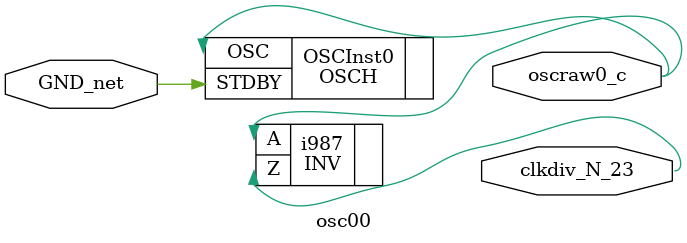
<source format=v>

module topContador (indiv0, oscraw0, oscdiv0, clk0, c0, e0, s0);   // c:/users/osk4r_000/documents/escom/jasz/arqui de computadoras/diamond/lcd00/p7tsest/impl1/source/topcont0.vhd(9[8:19])
    input [3:0]indiv0;   // c:/users/osk4r_000/documents/escom/jasz/arqui de computadoras/diamond/lcd00/p7tsest/impl1/source/topcont0.vhd(11[3:9])
    output oscraw0 /* synthesis .original_dir=IN_OUT */ ;   // c:/users/osk4r_000/documents/escom/jasz/arqui de computadoras/diamond/lcd00/p7tsest/impl1/source/topcont0.vhd(12[5:12])
    output oscdiv0 /* synthesis .original_dir=IN_OUT */ ;   // c:/users/osk4r_000/documents/escom/jasz/arqui de computadoras/diamond/lcd00/p7tsest/impl1/source/topcont0.vhd(13[8:15])
    input clk0;   // c:/users/osk4r_000/documents/escom/jasz/arqui de computadoras/diamond/lcd00/p7tsest/impl1/source/topcont0.vhd(14[3:7])
    input [2:0]c0;   // c:/users/osk4r_000/documents/escom/jasz/arqui de computadoras/diamond/lcd00/p7tsest/impl1/source/topcont0.vhd(15[3:5])
    input [3:0]e0;   // c:/users/osk4r_000/documents/escom/jasz/arqui de computadoras/diamond/lcd00/p7tsest/impl1/source/topcont0.vhd(16[3:5])
    output [3:0]s0;   // c:/users/osk4r_000/documents/escom/jasz/arqui de computadoras/diamond/lcd00/p7tsest/impl1/source/topcont0.vhd(17[3:5])
    
    wire oscraw0_c /* synthesis is_clock=1 */ ;   // c:/users/osk4r_000/documents/escom/jasz/arqui de computadoras/diamond/lcd00/p7tsest/impl1/source/topcont0.vhd(12[5:12])
    wire oscdiv0_c /* synthesis is_clock=1, SET_AS_NETWORK=oscdiv0_c */ ;   // c:/users/osk4r_000/documents/escom/jasz/arqui de computadoras/diamond/lcd00/p7tsest/impl1/source/topcont0.vhd(13[8:15])
    
    wire indiv0_c_3, indiv0_c_2, indiv0_c_1, indiv0_c_0, c0_c_2, c0_c_1, 
        c0_c_0, e0_c_3, e0_c_2, e0_c_1, e0_c_0, s0_c_3, s0_c_2, 
        s0_c_1, s0_c_0, VCC_net, GND_net;
    
    VHI i5 (.Z(VCC_net));
    contador REG00 (.s0_c_2(s0_c_2), .oscdiv0_c(oscdiv0_c), .e0_c_2(e0_c_2), 
            .c0_c_1(c0_c_1), .s0_c_1(s0_c_1), .s0_c_0(s0_c_0), .c0_c_0(c0_c_0), 
            .c0_c_2(c0_c_2), .s0_c_3(s0_c_3), .e0_c_3(e0_c_3), .e0_c_1(e0_c_1), 
            .e0_c_0(e0_c_0));   // c:/users/osk4r_000/documents/escom/jasz/arqui de computadoras/diamond/lcd00/p7tsest/impl1/source/topcont0.vhd(28[9:17])
    OB oscraw0_pad (.I(oscraw0_c), .O(oscraw0));   // c:/users/osk4r_000/documents/escom/jasz/arqui de computadoras/diamond/lcd00/p7tsest/impl1/source/topcont0.vhd(12[5:12])
    OB oscdiv0_pad (.I(oscdiv0_c), .O(oscdiv0));   // c:/users/osk4r_000/documents/escom/jasz/arqui de computadoras/diamond/lcd00/p7tsest/impl1/source/topcont0.vhd(13[8:15])
    PUR PUR_INST (.PUR(VCC_net));
    defparam PUR_INST.RST_PULSE = 1;
    topdiv00 OS00 (.oscdiv0_c(oscdiv0_c), .GND_net(GND_net), .indiv0_c_2(indiv0_c_2), 
            .indiv0_c_3(indiv0_c_3), .indiv0_c_0(indiv0_c_0), .indiv0_c_1(indiv0_c_1), 
            .oscraw0_c(oscraw0_c));   // c:/users/osk4r_000/documents/escom/jasz/arqui de computadoras/diamond/lcd00/p7tsest/impl1/source/topcont0.vhd(23[10:18])
    VLO i1 (.Z(GND_net));
    TSALL TSALL_INST (.TSALL(GND_net));
    GSR GSR_INST (.GSR(VCC_net));
    OB s0_pad_3 (.I(s0_c_3), .O(s0[3]));   // c:/users/osk4r_000/documents/escom/jasz/arqui de computadoras/diamond/lcd00/p7tsest/impl1/source/topcont0.vhd(17[3:5])
    OB s0_pad_2 (.I(s0_c_2), .O(s0[2]));   // c:/users/osk4r_000/documents/escom/jasz/arqui de computadoras/diamond/lcd00/p7tsest/impl1/source/topcont0.vhd(17[3:5])
    OB s0_pad_1 (.I(s0_c_1), .O(s0[1]));   // c:/users/osk4r_000/documents/escom/jasz/arqui de computadoras/diamond/lcd00/p7tsest/impl1/source/topcont0.vhd(17[3:5])
    OB s0_pad_0 (.I(s0_c_0), .O(s0[0]));   // c:/users/osk4r_000/documents/escom/jasz/arqui de computadoras/diamond/lcd00/p7tsest/impl1/source/topcont0.vhd(17[3:5])
    IB indiv0_pad_3 (.I(indiv0[3]), .O(indiv0_c_3));   // c:/users/osk4r_000/documents/escom/jasz/arqui de computadoras/diamond/lcd00/p7tsest/impl1/source/topcont0.vhd(11[3:9])
    IB indiv0_pad_2 (.I(indiv0[2]), .O(indiv0_c_2));   // c:/users/osk4r_000/documents/escom/jasz/arqui de computadoras/diamond/lcd00/p7tsest/impl1/source/topcont0.vhd(11[3:9])
    IB indiv0_pad_1 (.I(indiv0[1]), .O(indiv0_c_1));   // c:/users/osk4r_000/documents/escom/jasz/arqui de computadoras/diamond/lcd00/p7tsest/impl1/source/topcont0.vhd(11[3:9])
    IB indiv0_pad_0 (.I(indiv0[0]), .O(indiv0_c_0));   // c:/users/osk4r_000/documents/escom/jasz/arqui de computadoras/diamond/lcd00/p7tsest/impl1/source/topcont0.vhd(11[3:9])
    IB c0_pad_2 (.I(c0[2]), .O(c0_c_2));   // c:/users/osk4r_000/documents/escom/jasz/arqui de computadoras/diamond/lcd00/p7tsest/impl1/source/topcont0.vhd(15[3:5])
    IB c0_pad_1 (.I(c0[1]), .O(c0_c_1));   // c:/users/osk4r_000/documents/escom/jasz/arqui de computadoras/diamond/lcd00/p7tsest/impl1/source/topcont0.vhd(15[3:5])
    IB c0_pad_0 (.I(c0[0]), .O(c0_c_0));   // c:/users/osk4r_000/documents/escom/jasz/arqui de computadoras/diamond/lcd00/p7tsest/impl1/source/topcont0.vhd(15[3:5])
    IB e0_pad_3 (.I(e0[3]), .O(e0_c_3));   // c:/users/osk4r_000/documents/escom/jasz/arqui de computadoras/diamond/lcd00/p7tsest/impl1/source/topcont0.vhd(16[3:5])
    IB e0_pad_2 (.I(e0[2]), .O(e0_c_2));   // c:/users/osk4r_000/documents/escom/jasz/arqui de computadoras/diamond/lcd00/p7tsest/impl1/source/topcont0.vhd(16[3:5])
    IB e0_pad_1 (.I(e0[1]), .O(e0_c_1));   // c:/users/osk4r_000/documents/escom/jasz/arqui de computadoras/diamond/lcd00/p7tsest/impl1/source/topcont0.vhd(16[3:5])
    IB e0_pad_0 (.I(e0[0]), .O(e0_c_0));   // c:/users/osk4r_000/documents/escom/jasz/arqui de computadoras/diamond/lcd00/p7tsest/impl1/source/topcont0.vhd(16[3:5])
    
endmodule
//
// Verilog Description of module contador
//

module contador (s0_c_2, oscdiv0_c, e0_c_2, c0_c_1, s0_c_1, s0_c_0, 
            c0_c_0, c0_c_2, s0_c_3, e0_c_3, e0_c_1, e0_c_0);
    output s0_c_2;
    input oscdiv0_c;
    input e0_c_2;
    input c0_c_1;
    output s0_c_1;
    output s0_c_0;
    input c0_c_0;
    input c0_c_2;
    output s0_c_3;
    input e0_c_3;
    input e0_c_1;
    input e0_c_0;
    
    wire oscdiv0_c /* synthesis is_clock=1, SET_AS_NETWORK=oscdiv0_c */ ;   // c:/users/osk4r_000/documents/escom/jasz/arqui de computadoras/diamond/lcd00/p7tsest/impl1/source/topcont0.vhd(13[8:15])
    
    wire oscdiv0_c_enable_4;
    wire [3:0]s_3__N_200;
    
    wire n1036, n1037, n477, n1034, n1033, n1035, n1021, n1018, 
        n1059, n975, n1044, n1022, n1019, n1020, n1011, n1043, 
        n4, n1046, n1045, n976, n1032;
    
    FD1P3AX s_i3 (.D(s_3__N_200[2]), .SP(oscdiv0_c_enable_4), .CK(oscdiv0_c), 
            .Q(s0_c_2)) /* synthesis LSE_LINE_FILE_ID=25, LSE_LCOL=9, LSE_RCOL=17, LSE_LLINE=28, LSE_RLINE=28 */ ;   // c:/users/osk4r_000/documents/escom/jasz/arqui de computadoras/diamond/lcd00/p7tsest/impl1/source/cont.vhd(55[2] 146[11])
    defparam s_i3.GSR = "ENABLED";
    LUT4 n1036_bdd_3_lut (.A(n1036), .B(e0_c_2), .C(c0_c_1), .Z(n1037)) /* synthesis lut_function=(A (B+!(C))+!A (B (C))) */ ;
    defparam n1036_bdd_3_lut.init = 16'hcaca;
    LUT4 c_2__I_0_Mux_3_i1_4_lut_4_lut_4_lut (.A(s0_c_2), .B(s0_c_1), .C(s0_c_0), 
         .D(c0_c_0), .Z(n477)) /* synthesis lut_function=(A (B (C (D)))+!A !(B+(C+(D)))) */ ;   // c:/users/osk4r_000/documents/escom/jasz/arqui de computadoras/diamond/lcd00/p7tsest/impl1/source/cont.vhd(79[4] 96[13])
    defparam c_2__I_0_Mux_3_i1_4_lut_4_lut_4_lut.init = 16'h8001;
    FD1P3AX s_i2 (.D(s_3__N_200[1]), .SP(oscdiv0_c_enable_4), .CK(oscdiv0_c), 
            .Q(s0_c_1)) /* synthesis LSE_LINE_FILE_ID=25, LSE_LCOL=9, LSE_RCOL=17, LSE_LLINE=28, LSE_RLINE=28 */ ;   // c:/users/osk4r_000/documents/escom/jasz/arqui de computadoras/diamond/lcd00/p7tsest/impl1/source/cont.vhd(55[2] 146[11])
    defparam s_i2.GSR = "ENABLED";
    FD1P3AX s_i1 (.D(s_3__N_200[0]), .SP(oscdiv0_c_enable_4), .CK(oscdiv0_c), 
            .Q(s0_c_0)) /* synthesis LSE_LINE_FILE_ID=25, LSE_LCOL=9, LSE_RCOL=17, LSE_LLINE=28, LSE_RLINE=28 */ ;   // c:/users/osk4r_000/documents/escom/jasz/arqui de computadoras/diamond/lcd00/p7tsest/impl1/source/cont.vhd(55[2] 146[11])
    defparam s_i1.GSR = "ENABLED";
    PFUMX i937 (.BLUT(n1034), .ALUT(n1033), .C0(c0_c_1), .Z(n1035));
    LUT4 n1037_bdd_3_lut (.A(n1037), .B(n1035), .C(c0_c_2), .Z(s_3__N_200[2])) /* synthesis lut_function=(A (B+!(C))+!A (B (C))) */ ;
    defparam n1037_bdd_3_lut.init = 16'hcaca;
    LUT4 s0_c_0_bdd_3_lut_936 (.A(s0_c_0), .B(c0_c_0), .C(s0_c_1), .Z(n1021)) /* synthesis lut_function=(!(A (B (C)+!B !(C))+!A !(B (C)+!B !(C)))) */ ;
    defparam s0_c_0_bdd_3_lut_936.init = 16'h6969;
    LUT4 s0_c_0_bdd_4_lut_932 (.A(c0_c_1), .B(c0_c_0), .C(s0_c_1), .D(s0_c_2), 
         .Z(n1018)) /* synthesis lut_function=(A (C)+!A (B+(D))) */ ;
    defparam s0_c_0_bdd_4_lut_932.init = 16'hf5e4;
    LUT4 i1_2_lut_rep_8 (.A(s0_c_1), .B(s0_c_0), .Z(n1059)) /* synthesis lut_function=(A (B)) */ ;   // c:/users/osk4r_000/documents/escom/jasz/arqui de computadoras/diamond/lcd00/p7tsest/impl1/source/cont.vhd(126[6] 143[15])
    defparam i1_2_lut_rep_8.init = 16'h8888;
    LUT4 i885_4_lut (.A(s0_c_3), .B(e0_c_3), .C(c0_c_1), .D(n477), .Z(n975)) /* synthesis lut_function=(A (B (C+!(D))+!B !(C+(D)))+!A (B (C+(D))+!B !(C+!(D)))) */ ;
    defparam i885_4_lut.init = 16'hc5ca;
    LUT4 s0_c_3_bdd_3_lut_958 (.A(s0_c_3), .B(s0_c_1), .C(c0_c_0), .Z(n1044)) /* synthesis lut_function=(A (B+(C))+!A !((C)+!B)) */ ;
    defparam s0_c_3_bdd_3_lut_958.init = 16'hacac;
    LUT4 n1021_bdd_3_lut (.A(n1021), .B(e0_c_1), .C(c0_c_1), .Z(n1022)) /* synthesis lut_function=(A (B+!(C))+!A (B (C))) */ ;
    defparam n1021_bdd_3_lut.init = 16'hcaca;
    PFUMX i933 (.BLUT(n1019), .ALUT(n1018), .C0(s0_c_0), .Z(n1020));
    LUT4 c0_c_0_bdd_4_lut_947 (.A(c0_c_0), .B(s0_c_3), .C(s0_c_2), .D(n1059), 
         .Z(n1011)) /* synthesis lut_function=(!(A (B (C (D))+!B (C+!(D)))+!A !(B (C+!(D))+!B (C (D))))) */ ;
    defparam c0_c_0_bdd_4_lut_947.init = 16'h5acc;
    LUT4 s0_c_3_bdd_4_lut_957 (.A(s0_c_3), .B(s0_c_1), .C(s0_c_2), .D(c0_c_0), 
         .Z(n1043)) /* synthesis lut_function=(A (B (C (D)+!C !(D))+!B !(C (D)+!C !(D)))+!A !(B (C (D)+!C !(D))+!B !(C (D)+!C !(D)))) */ ;
    defparam s0_c_3_bdd_4_lut_957.init = 16'h9669;
    LUT4 n1022_bdd_3_lut (.A(n1022), .B(n1020), .C(c0_c_2), .Z(s_3__N_200[1])) /* synthesis lut_function=(A (B+!(C))+!A (B (C))) */ ;
    defparam n1022_bdd_3_lut.init = 16'hcaca;
    LUT4 s0_c_0_bdd_4_lut_946 (.A(s0_c_0), .B(s0_c_2), .C(c0_c_0), .D(s0_c_1), 
         .Z(n1036)) /* synthesis lut_function=(!(A (B (C (D))+!B !(C (D)))+!A !(B (C+(D))+!B !(C+(D))))) */ ;
    defparam s0_c_0_bdd_4_lut_946.init = 16'h6cc9;
    LUT4 s0_c_0_bdd_4_lut_935 (.A(c0_c_1), .B(c0_c_0), .C(s0_c_3), .D(s0_c_2), 
         .Z(n1019)) /* synthesis lut_function=(A (B (C (D)+!C !(D))+!B !(C (D)+!C !(D)))+!A !(B+!(D))) */ ;
    defparam s0_c_0_bdd_4_lut_935.init = 16'h9328;
    LUT4 c_2__I_0_Mux_3_i4_3_lut (.A(s0_c_0), .B(s0_c_2), .C(c0_c_0), 
         .Z(n4)) /* synthesis lut_function=(A (B+!(C))+!A (B (C))) */ ;   // c:/users/osk4r_000/documents/escom/jasz/arqui de computadoras/diamond/lcd00/p7tsest/impl1/source/cont.vhd(56[2] 145[15])
    defparam c_2__I_0_Mux_3_i4_3_lut.init = 16'hcaca;
    LUT4 s0_c_0_bdd_3_lut_983 (.A(s0_c_0), .B(c0_c_1), .C(e0_c_0), .Z(n1046)) /* synthesis lut_function=(A (B (C))+!A ((C)+!B)) */ ;
    defparam s0_c_0_bdd_3_lut_983.init = 16'hd1d1;
    LUT4 i1_3_lut (.A(c0_c_2), .B(c0_c_0), .C(c0_c_1), .Z(oscdiv0_c_enable_4)) /* synthesis lut_function=(A+!(B (C))) */ ;
    defparam i1_3_lut.init = 16'hbfbf;
    PFUMX i943 (.BLUT(n1044), .ALUT(n1043), .C0(c0_c_1), .Z(n1045));
    LUT4 s0_c_0_bdd_3_lut_945 (.A(s0_c_3), .B(c0_c_0), .C(s0_c_1), .Z(n1034)) /* synthesis lut_function=(A ((C)+!B)+!A (B (C))) */ ;
    defparam s0_c_0_bdd_3_lut_945.init = 16'he2e2;
    LUT4 n1046_bdd_3_lut (.A(n1046), .B(n1045), .C(c0_c_2), .Z(s_3__N_200[0])) /* synthesis lut_function=(A (B+!(C))+!A (B (C))) */ ;
    defparam n1046_bdd_3_lut.init = 16'hcaca;
    PFUMX i887 (.BLUT(n975), .ALUT(n976), .C0(c0_c_2), .Z(s_3__N_200[3]));
    FD1P3AX s_i4 (.D(s_3__N_200[3]), .SP(oscdiv0_c_enable_4), .CK(oscdiv0_c), 
            .Q(s0_c_3)) /* synthesis LSE_LINE_FILE_ID=25, LSE_LCOL=9, LSE_RCOL=17, LSE_LLINE=28, LSE_RLINE=28 */ ;   // c:/users/osk4r_000/documents/escom/jasz/arqui de computadoras/diamond/lcd00/p7tsest/impl1/source/cont.vhd(55[2] 146[11])
    defparam s_i4.GSR = "ENABLED";
    LUT4 i913_3_lut (.A(n4), .B(n1011), .C(c0_c_1), .Z(n976)) /* synthesis lut_function=(A (B+!(C))+!A (B (C))) */ ;
    defparam i913_3_lut.init = 16'hcaca;
    LUT4 s0_c_2_bdd_3_lut_948 (.A(s0_c_2), .B(n1032), .C(s0_c_0), .Z(n1033)) /* synthesis lut_function=(A (B+!(C))+!A (B (C))) */ ;
    defparam s0_c_2_bdd_3_lut_948.init = 16'hcaca;
    LUT4 s0_c_0_bdd_4_lut_939 (.A(s0_c_3), .B(s0_c_2), .C(c0_c_0), .D(s0_c_1), 
         .Z(n1032)) /* synthesis lut_function=(A (B (C+(D))+!B !((D)+!C))+!A (B ((D)+!C)+!B !(C+(D)))) */ ;
    defparam s0_c_0_bdd_4_lut_939.init = 16'hcca5;
    
endmodule
//
// Verilog Description of module PUR
// module not written out since it is a black-box. 
//

//
// Verilog Description of module topdiv00
//

module topdiv00 (oscdiv0_c, GND_net, indiv0_c_2, indiv0_c_3, indiv0_c_0, 
            indiv0_c_1, oscraw0_c);
    output oscdiv0_c;
    input GND_net;
    input indiv0_c_2;
    input indiv0_c_3;
    input indiv0_c_0;
    input indiv0_c_1;
    output oscraw0_c;
    
    wire clkdiv_N_23 /* synthesis is_inv_clock=1 */ ;   // c:/users/osk4r_000/documents/escom/jasz/arqui de computadoras/diamond/lcd00/p7tsest/impl1/source/div00.vhd(18[8:12])
    wire oscdiv0_c /* synthesis is_clock=1, SET_AS_NETWORK=oscdiv0_c */ ;   // c:/users/osk4r_000/documents/escom/jasz/arqui de computadoras/diamond/lcd00/p7tsest/impl1/source/topcont0.vhd(13[8:15])
    wire oscraw0_c /* synthesis is_clock=1 */ ;   // c:/users/osk4r_000/documents/escom/jasz/arqui de computadoras/diamond/lcd00/p7tsest/impl1/source/topcont0.vhd(12[5:12])
    
    div00 OS01 (.clkdiv_N_23(clkdiv_N_23), .oscdiv0_c(oscdiv0_c), .GND_net(GND_net), 
          .indiv0_c_2(indiv0_c_2), .indiv0_c_3(indiv0_c_3), .indiv0_c_0(indiv0_c_0), 
          .indiv0_c_1(indiv0_c_1));   // c:/users/osk4r_000/documents/escom/jasz/arqui de computadoras/diamond/lcd00/p7tsest/impl1/source/topdiv00.vhd(22[9:14])
    osc00 OS00 (.clkdiv_N_23(clkdiv_N_23), .oscraw0_c(oscraw0_c), .GND_net(GND_net));   // c:/users/osk4r_000/documents/escom/jasz/arqui de computadoras/diamond/lcd00/p7tsest/impl1/source/topdiv00.vhd(20[9:14])
    
endmodule
//
// Verilog Description of module div00
//

module div00 (clkdiv_N_23, oscdiv0_c, GND_net, indiv0_c_2, indiv0_c_3, 
            indiv0_c_0, indiv0_c_1);
    input clkdiv_N_23;
    output oscdiv0_c;
    input GND_net;
    input indiv0_c_2;
    input indiv0_c_3;
    input indiv0_c_0;
    input indiv0_c_1;
    
    wire clkdiv_N_23 /* synthesis is_inv_clock=1 */ ;   // c:/users/osk4r_000/documents/escom/jasz/arqui de computadoras/diamond/lcd00/p7tsest/impl1/source/div00.vhd(18[8:12])
    wire oscdiv0_c /* synthesis is_clock=1, SET_AS_NETWORK=oscdiv0_c */ ;   // c:/users/osk4r_000/documents/escom/jasz/arqui de computadoras/diamond/lcd00/p7tsest/impl1/source/topcont0.vhd(13[8:15])
    wire [20:0]sdiv;   // c:/users/osk4r_000/documents/escom/jasz/arqui de computadoras/diamond/lcd00/p7tsest/impl1/source/div00.vhd(18[8:12])
    
    wire clkdiv_N_23_enable_22, n508;
    wire [20:0]n89;
    
    wire clkdiv_N_23_enable_4, outdiv_N_171, n826, n827, n937, n830, 
        n831, n843, n1050, n4, n368, n853, n689, n12, n829, 
        n825, n12_adj_220, n1057, n1058, n948, n828, n958, n4_adj_221, 
        n9, n969, n53, n30, n34, n833, n832, n1049, n824;
    
    FD1P3IX sdiv_117__i16 (.D(n89[16]), .SP(clkdiv_N_23_enable_22), .CD(n508), 
            .CK(clkdiv_N_23), .Q(sdiv[16])) /* synthesis syn_use_carry_chain=1 */ ;   // C:/lscc/diamond/3.9_x64/ispfpga/vhdl_packages/syn_arit.vhd(928[41:65])
    defparam sdiv_117__i16.GSR = "ENABLED";
    FD1P3IX sdiv_117__i17 (.D(n89[17]), .SP(clkdiv_N_23_enable_22), .CD(n508), 
            .CK(clkdiv_N_23), .Q(sdiv[17])) /* synthesis syn_use_carry_chain=1 */ ;   // C:/lscc/diamond/3.9_x64/ispfpga/vhdl_packages/syn_arit.vhd(928[41:65])
    defparam sdiv_117__i17.GSR = "ENABLED";
    FD1P3IX sdiv_117__i18 (.D(n89[18]), .SP(clkdiv_N_23_enable_22), .CD(n508), 
            .CK(clkdiv_N_23), .Q(sdiv[18])) /* synthesis syn_use_carry_chain=1 */ ;   // C:/lscc/diamond/3.9_x64/ispfpga/vhdl_packages/syn_arit.vhd(928[41:65])
    defparam sdiv_117__i18.GSR = "ENABLED";
    FD1P3AX outdiv_58 (.D(outdiv_N_171), .SP(clkdiv_N_23_enable_4), .CK(clkdiv_N_23), 
            .Q(oscdiv0_c)) /* synthesis LSE_LINE_FILE_ID=26, LSE_LCOL=9, LSE_RCOL=14, LSE_LLINE=22, LSE_RLINE=22 */ ;   // c:/users/osk4r_000/documents/escom/jasz/arqui de computadoras/diamond/lcd00/p7tsest/impl1/source/div00.vhd(22[3] 75[11])
    defparam outdiv_58.GSR = "ENABLED";
    CCU2D sdiv_117_add_4_7 (.A0(sdiv[5]), .B0(GND_net), .C0(GND_net), 
          .D0(GND_net), .A1(sdiv[6]), .B1(GND_net), .C1(GND_net), .D1(GND_net), 
          .CIN(n826), .COUT(n827), .S0(n89[5]), .S1(n89[6]));   // C:/lscc/diamond/3.9_x64/ispfpga/vhdl_packages/syn_arit.vhd(928[41:65])
    defparam sdiv_117_add_4_7.INIT0 = 16'hfaaa;
    defparam sdiv_117_add_4_7.INIT1 = 16'hfaaa;
    defparam sdiv_117_add_4_7.INJECT1_0 = "NO";
    defparam sdiv_117_add_4_7.INJECT1_1 = "NO";
    LUT4 i882_3_lut_4_lut (.A(sdiv[15]), .B(sdiv[14]), .C(sdiv[13]), .D(sdiv[12]), 
         .Z(n937)) /* synthesis lut_function=(!(A+(B+(C+(D))))) */ ;
    defparam i882_3_lut_4_lut.init = 16'h0001;
    CCU2D sdiv_117_add_4_15 (.A0(sdiv[13]), .B0(GND_net), .C0(GND_net), 
          .D0(GND_net), .A1(sdiv[14]), .B1(GND_net), .C1(GND_net), .D1(GND_net), 
          .CIN(n830), .COUT(n831), .S0(n89[13]), .S1(n89[14]));   // C:/lscc/diamond/3.9_x64/ispfpga/vhdl_packages/syn_arit.vhd(928[41:65])
    defparam sdiv_117_add_4_15.INIT0 = 16'hfaaa;
    defparam sdiv_117_add_4_15.INIT1 = 16'hfaaa;
    defparam sdiv_117_add_4_15.INJECT1_0 = "NO";
    defparam sdiv_117_add_4_15.INJECT1_1 = "NO";
    LUT4 i27_4_lut (.A(indiv0_c_2), .B(indiv0_c_3), .C(indiv0_c_0), .D(indiv0_c_1), 
         .Z(clkdiv_N_23_enable_4)) /* synthesis lut_function=(A (B ((D)+!C)+!B (C (D)))+!A !(B+!(C+!(D)))) */ ;
    defparam i27_4_lut.init = 16'hb819;
    LUT4 i1_4_lut (.A(n843), .B(indiv0_c_3), .C(n1050), .D(indiv0_c_2), 
         .Z(n4)) /* synthesis lut_function=(!(A (B+((D)+!C)))) */ ;   // C:/lscc/diamond/3.9_x64/ispfpga/vhdl_packages/syn_arit.vhd(928[41:65])
    defparam i1_4_lut.init = 16'h5575;
    FD1P3IX sdiv_117__i1 (.D(n89[1]), .SP(clkdiv_N_23_enable_22), .CD(n508), 
            .CK(clkdiv_N_23), .Q(sdiv[1])) /* synthesis syn_use_carry_chain=1 */ ;   // C:/lscc/diamond/3.9_x64/ispfpga/vhdl_packages/syn_arit.vhd(928[41:65])
    defparam sdiv_117__i1.GSR = "ENABLED";
    FD1P3IX sdiv_117__i12 (.D(n89[12]), .SP(clkdiv_N_23_enable_22), .CD(n508), 
            .CK(clkdiv_N_23), .Q(sdiv[12])) /* synthesis syn_use_carry_chain=1 */ ;   // C:/lscc/diamond/3.9_x64/ispfpga/vhdl_packages/syn_arit.vhd(928[41:65])
    defparam sdiv_117__i12.GSR = "ENABLED";
    FD1P3IX sdiv_117__i5 (.D(n89[5]), .SP(clkdiv_N_23_enable_22), .CD(n508), 
            .CK(clkdiv_N_23), .Q(sdiv[5])) /* synthesis syn_use_carry_chain=1 */ ;   // C:/lscc/diamond/3.9_x64/ispfpga/vhdl_packages/syn_arit.vhd(928[41:65])
    defparam sdiv_117__i5.GSR = "ENABLED";
    FD1P3IX sdiv_117__i2 (.D(n89[2]), .SP(clkdiv_N_23_enable_22), .CD(n508), 
            .CK(clkdiv_N_23), .Q(sdiv[2])) /* synthesis syn_use_carry_chain=1 */ ;   // C:/lscc/diamond/3.9_x64/ispfpga/vhdl_packages/syn_arit.vhd(928[41:65])
    defparam sdiv_117__i2.GSR = "ENABLED";
    FD1P3IX sdiv_117__i19 (.D(n89[19]), .SP(clkdiv_N_23_enable_22), .CD(n508), 
            .CK(clkdiv_N_23), .Q(sdiv[19])) /* synthesis syn_use_carry_chain=1 */ ;   // C:/lscc/diamond/3.9_x64/ispfpga/vhdl_packages/syn_arit.vhd(928[41:65])
    defparam sdiv_117__i19.GSR = "ENABLED";
    LUT4 i1_4_lut_adj_8 (.A(indiv0_c_0), .B(n368), .C(n853), .D(n689), 
         .Z(n12)) /* synthesis lut_function=(A (B (C)+!B (C+(D)))+!A !(B+!(D))) */ ;   // C:/lscc/diamond/3.9_x64/ispfpga/vhdl_packages/syn_arit.vhd(928[41:65])
    defparam i1_4_lut_adj_8.init = 16'hb3a0;
    CCU2D sdiv_117_add_4_13 (.A0(sdiv[11]), .B0(GND_net), .C0(GND_net), 
          .D0(GND_net), .A1(sdiv[12]), .B1(GND_net), .C1(GND_net), .D1(GND_net), 
          .CIN(n829), .COUT(n830), .S0(n89[11]), .S1(n89[12]));   // C:/lscc/diamond/3.9_x64/ispfpga/vhdl_packages/syn_arit.vhd(928[41:65])
    defparam sdiv_117_add_4_13.INIT0 = 16'hfaaa;
    defparam sdiv_117_add_4_13.INIT1 = 16'hfaaa;
    defparam sdiv_117_add_4_13.INJECT1_0 = "NO";
    defparam sdiv_117_add_4_13.INJECT1_1 = "NO";
    CCU2D sdiv_117_add_4_5 (.A0(sdiv[3]), .B0(GND_net), .C0(GND_net), 
          .D0(GND_net), .A1(sdiv[4]), .B1(GND_net), .C1(GND_net), .D1(GND_net), 
          .CIN(n825), .COUT(n826), .S0(n89[3]), .S1(n89[4]));   // C:/lscc/diamond/3.9_x64/ispfpga/vhdl_packages/syn_arit.vhd(928[41:65])
    defparam sdiv_117_add_4_5.INIT0 = 16'hfaaa;
    defparam sdiv_117_add_4_5.INIT1 = 16'hfaaa;
    defparam sdiv_117_add_4_5.INJECT1_0 = "NO";
    defparam sdiv_117_add_4_5.INJECT1_1 = "NO";
    FD1P3IX sdiv_117__i10 (.D(n89[10]), .SP(clkdiv_N_23_enable_22), .CD(n508), 
            .CK(clkdiv_N_23), .Q(sdiv[10])) /* synthesis syn_use_carry_chain=1 */ ;   // C:/lscc/diamond/3.9_x64/ispfpga/vhdl_packages/syn_arit.vhd(928[41:65])
    defparam sdiv_117__i10.GSR = "ENABLED";
    FD1P3IX sdiv_117__i6 (.D(n89[6]), .SP(clkdiv_N_23_enable_22), .CD(n508), 
            .CK(clkdiv_N_23), .Q(sdiv[6])) /* synthesis syn_use_carry_chain=1 */ ;   // C:/lscc/diamond/3.9_x64/ispfpga/vhdl_packages/syn_arit.vhd(928[41:65])
    defparam sdiv_117__i6.GSR = "ENABLED";
    LUT4 i6_3_lut_4_lut (.A(sdiv[20]), .B(sdiv[19]), .C(n12_adj_220), 
         .D(sdiv[15]), .Z(n689)) /* synthesis lut_function=(A+(B+(C+(D)))) */ ;   // c:/users/osk4r_000/documents/escom/jasz/arqui de computadoras/diamond/lcd00/p7tsest/impl1/source/div00.vhd(39[11:79])
    defparam i6_3_lut_4_lut.init = 16'hfffe;
    LUT4 i1_2_lut_rep_6_3_lut (.A(sdiv[20]), .B(sdiv[19]), .C(sdiv[18]), 
         .Z(n1057)) /* synthesis lut_function=(A+(B+(C))) */ ;   // c:/users/osk4r_000/documents/escom/jasz/arqui de computadoras/diamond/lcd00/p7tsest/impl1/source/div00.vhd(39[11:79])
    defparam i1_2_lut_rep_6_3_lut.init = 16'hfefe;
    FD1P3IX sdiv_117__i11 (.D(n89[11]), .SP(clkdiv_N_23_enable_22), .CD(n508), 
            .CK(clkdiv_N_23), .Q(sdiv[11])) /* synthesis syn_use_carry_chain=1 */ ;   // C:/lscc/diamond/3.9_x64/ispfpga/vhdl_packages/syn_arit.vhd(928[41:65])
    defparam sdiv_117__i11.GSR = "ENABLED";
    FD1P3IX sdiv_117__i13 (.D(n89[13]), .SP(clkdiv_N_23_enable_22), .CD(n508), 
            .CK(clkdiv_N_23), .Q(sdiv[13])) /* synthesis syn_use_carry_chain=1 */ ;   // C:/lscc/diamond/3.9_x64/ispfpga/vhdl_packages/syn_arit.vhd(928[41:65])
    defparam sdiv_117__i13.GSR = "ENABLED";
    LUT4 i1_2_lut_rep_7 (.A(sdiv[20]), .B(sdiv[19]), .Z(n1058)) /* synthesis lut_function=(A+(B)) */ ;   // c:/users/osk4r_000/documents/escom/jasz/arqui de computadoras/diamond/lcd00/p7tsest/impl1/source/div00.vhd(39[11:79])
    defparam i1_2_lut_rep_7.init = 16'heeee;
    LUT4 i2_4_lut (.A(n689), .B(n368), .C(n948), .D(indiv0_c_1), .Z(n843)) /* synthesis lut_function=(A (B+(D))+!A (B+((D)+!C))) */ ;
    defparam i2_4_lut.init = 16'hffcd;
    CCU2D sdiv_117_add_4_11 (.A0(sdiv[9]), .B0(GND_net), .C0(GND_net), 
          .D0(GND_net), .A1(sdiv[10]), .B1(GND_net), .C1(GND_net), .D1(GND_net), 
          .CIN(n828), .COUT(n829), .S0(n89[9]), .S1(n89[10]));   // C:/lscc/diamond/3.9_x64/ispfpga/vhdl_packages/syn_arit.vhd(928[41:65])
    defparam sdiv_117_add_4_11.INIT0 = 16'hfaaa;
    defparam sdiv_117_add_4_11.INIT1 = 16'hfaaa;
    defparam sdiv_117_add_4_11.INJECT1_0 = "NO";
    defparam sdiv_117_add_4_11.INJECT1_1 = "NO";
    FD1P3IX sdiv_117__i14 (.D(n89[14]), .SP(clkdiv_N_23_enable_22), .CD(n508), 
            .CK(clkdiv_N_23), .Q(sdiv[14])) /* synthesis syn_use_carry_chain=1 */ ;   // C:/lscc/diamond/3.9_x64/ispfpga/vhdl_packages/syn_arit.vhd(928[41:65])
    defparam sdiv_117__i14.GSR = "ENABLED";
    LUT4 i1_2_lut (.A(sdiv[12]), .B(sdiv[13]), .Z(n948)) /* synthesis lut_function=(A+(B)) */ ;
    defparam i1_2_lut.init = 16'heeee;
    LUT4 i1_3_lut_3_lut_4_lut (.A(sdiv[20]), .B(sdiv[19]), .C(sdiv[17]), 
         .D(sdiv[18]), .Z(n958)) /* synthesis lut_function=(!(A+(B+(C+(D))))) */ ;   // c:/users/osk4r_000/documents/escom/jasz/arqui de computadoras/diamond/lcd00/p7tsest/impl1/source/div00.vhd(39[11:79])
    defparam i1_3_lut_3_lut_4_lut.init = 16'h0001;
    FD1P3IX sdiv_117__i15 (.D(n89[15]), .SP(clkdiv_N_23_enable_22), .CD(n508), 
            .CK(clkdiv_N_23), .Q(sdiv[15])) /* synthesis syn_use_carry_chain=1 */ ;   // C:/lscc/diamond/3.9_x64/ispfpga/vhdl_packages/syn_arit.vhd(928[41:65])
    defparam sdiv_117__i15.GSR = "ENABLED";
    LUT4 i1_4_lut_adj_9 (.A(n1057), .B(indiv0_c_2), .C(indiv0_c_3), .D(n4_adj_221), 
         .Z(n853)) /* synthesis lut_function=(A (B+!(C))+!A (B (D))) */ ;
    defparam i1_4_lut_adj_9.init = 16'hce8a;
    PFUMX i51 (.BLUT(n937), .ALUT(n9), .C0(indiv0_c_1), .Z(n969));
    LUT4 i1_4_lut_adj_10 (.A(clkdiv_N_23_enable_22), .B(indiv0_c_1), .C(n4), 
         .D(n12), .Z(n508)) /* synthesis lut_function=(A (B (C+(D))+!B (C))) */ ;   // C:/lscc/diamond/3.9_x64/ispfpga/vhdl_packages/syn_arit.vhd(928[41:65])
    defparam i1_4_lut_adj_10.init = 16'ha8a0;
    CCU2D sdiv_117_add_4_9 (.A0(sdiv[7]), .B0(GND_net), .C0(GND_net), 
          .D0(GND_net), .A1(sdiv[8]), .B1(GND_net), .C1(GND_net), .D1(GND_net), 
          .CIN(n827), .COUT(n828), .S0(n89[7]), .S1(n89[8]));   // C:/lscc/diamond/3.9_x64/ispfpga/vhdl_packages/syn_arit.vhd(928[41:65])
    defparam sdiv_117_add_4_9.INIT0 = 16'hfaaa;
    defparam sdiv_117_add_4_9.INIT1 = 16'hfaaa;
    defparam sdiv_117_add_4_9.INJECT1_0 = "NO";
    defparam sdiv_117_add_4_9.INJECT1_1 = "NO";
    PFUMX i52 (.BLUT(n53), .ALUT(n958), .C0(indiv0_c_2), .Z(n30));
    LUT4 i416_4_lut (.A(oscdiv0_c), .B(n30), .C(n34), .D(indiv0_c_3), 
         .Z(outdiv_N_171)) /* synthesis lut_function=(A (B (C+!(D))+!B (C (D)))+!A !(B (C+!(D))+!B (C (D)))) */ ;   // c:/users/osk4r_000/documents/escom/jasz/arqui de computadoras/diamond/lcd00/p7tsest/impl1/source/div00.vhd(23[5] 74[14])
    defparam i416_4_lut.init = 16'ha599;
    CCU2D sdiv_117_add_4_21 (.A0(sdiv[19]), .B0(GND_net), .C0(GND_net), 
          .D0(GND_net), .A1(sdiv[20]), .B1(GND_net), .C1(GND_net), .D1(GND_net), 
          .CIN(n833), .S0(n89[19]), .S1(n89[20]));   // C:/lscc/diamond/3.9_x64/ispfpga/vhdl_packages/syn_arit.vhd(928[41:65])
    defparam sdiv_117_add_4_21.INIT0 = 16'hfaaa;
    defparam sdiv_117_add_4_21.INIT1 = 16'hfaaa;
    defparam sdiv_117_add_4_21.INJECT1_0 = "NO";
    defparam sdiv_117_add_4_21.INJECT1_1 = "NO";
    CCU2D sdiv_117_add_4_19 (.A0(sdiv[17]), .B0(GND_net), .C0(GND_net), 
          .D0(GND_net), .A1(sdiv[18]), .B1(GND_net), .C1(GND_net), .D1(GND_net), 
          .CIN(n832), .COUT(n833), .S0(n89[17]), .S1(n89[18]));   // C:/lscc/diamond/3.9_x64/ispfpga/vhdl_packages/syn_arit.vhd(928[41:65])
    defparam sdiv_117_add_4_19.INIT0 = 16'hfaaa;
    defparam sdiv_117_add_4_19.INIT1 = 16'hfaaa;
    defparam sdiv_117_add_4_19.INJECT1_0 = "NO";
    defparam sdiv_117_add_4_19.INJECT1_1 = "NO";
    CCU2D sdiv_117_add_4_17 (.A0(sdiv[15]), .B0(GND_net), .C0(GND_net), 
          .D0(GND_net), .A1(sdiv[16]), .B1(GND_net), .C1(GND_net), .D1(GND_net), 
          .CIN(n831), .COUT(n832), .S0(n89[15]), .S1(n89[16]));   // C:/lscc/diamond/3.9_x64/ispfpga/vhdl_packages/syn_arit.vhd(928[41:65])
    defparam sdiv_117_add_4_17.INIT0 = 16'hfaaa;
    defparam sdiv_117_add_4_17.INIT1 = 16'hfaaa;
    defparam sdiv_117_add_4_17.INJECT1_0 = "NO";
    defparam sdiv_117_add_4_17.INJECT1_1 = "NO";
    LUT4 i1_3_lut (.A(sdiv[16]), .B(sdiv[17]), .C(indiv0_c_3), .Z(n4_adj_221)) /* synthesis lut_function=(A (B+(C))+!A (B)) */ ;
    defparam i1_3_lut.init = 16'hecec;
    LUT4 i2_3_lut (.A(indiv0_c_3), .B(indiv0_c_2), .C(indiv0_c_0), .Z(n368)) /* synthesis lut_function=(((C)+!B)+!A) */ ;
    defparam i2_3_lut.init = 16'hf7f7;
    LUT4 i1_4_lut_adj_11 (.A(sdiv[17]), .B(sdiv[16]), .C(n1057), .D(n969), 
         .Z(n34)) /* synthesis lut_function=(!(A+(B+(C+!(D))))) */ ;   // c:/users/osk4r_000/documents/escom/jasz/arqui de computadoras/diamond/lcd00/p7tsest/impl1/source/div00.vhd(23[5] 74[14])
    defparam i1_4_lut_adj_11.init = 16'h0100;
    LUT4 i59_4_lut (.A(n1049), .B(n1058), .C(indiv0_c_1), .D(sdiv[18]), 
         .Z(n53)) /* synthesis lut_function=(!(A (B+((D)+!C))+!A (B (C)+!B (C (D))))) */ ;   // c:/users/osk4r_000/documents/escom/jasz/arqui de computadoras/diamond/lcd00/p7tsest/impl1/source/div00.vhd(23[5] 74[14])
    defparam i59_4_lut.init = 16'h0535;
    LUT4 i5_4_lut (.A(sdiv[18]), .B(sdiv[16]), .C(sdiv[17]), .D(sdiv[14]), 
         .Z(n12_adj_220)) /* synthesis lut_function=(A+(B+(C+(D)))) */ ;
    defparam i5_4_lut.init = 16'hfffe;
    FD1P3IX sdiv_117__i20 (.D(n89[20]), .SP(clkdiv_N_23_enable_22), .CD(n508), 
            .CK(clkdiv_N_23), .Q(sdiv[20])) /* synthesis syn_use_carry_chain=1 */ ;   // C:/lscc/diamond/3.9_x64/ispfpga/vhdl_packages/syn_arit.vhd(928[41:65])
    defparam sdiv_117__i20.GSR = "ENABLED";
    FD1P3IX sdiv_117__i0 (.D(n89[0]), .SP(clkdiv_N_23_enable_22), .CD(n508), 
            .CK(clkdiv_N_23), .Q(sdiv[0])) /* synthesis syn_use_carry_chain=1 */ ;   // C:/lscc/diamond/3.9_x64/ispfpga/vhdl_packages/syn_arit.vhd(928[41:65])
    defparam sdiv_117__i0.GSR = "ENABLED";
    LUT4 i1_2_lut_3_lut (.A(sdiv[15]), .B(sdiv[14]), .C(indiv0_c_0), .Z(n9)) /* synthesis lut_function=(A (C)+!A ((C)+!B)) */ ;
    defparam i1_2_lut_3_lut.init = 16'hf1f1;
    LUT4 indiv0_c_3_bdd_4_lut (.A(indiv0_c_3), .B(indiv0_c_2), .C(indiv0_c_0), 
         .D(indiv0_c_1), .Z(clkdiv_N_23_enable_22)) /* synthesis lut_function=(A (B ((D)+!C))+!A (B (C (D))+!B (C+!(D)))) */ ;
    defparam indiv0_c_3_bdd_4_lut.init = 16'hd819;
    LUT4 sdiv_20__bdd_4_lut (.A(sdiv[20]), .B(indiv0_c_1), .C(indiv0_c_0), 
         .D(sdiv[19]), .Z(n1050)) /* synthesis lut_function=(!(A (B)+!A (B+!(C (D))))) */ ;
    defparam sdiv_20__bdd_4_lut.init = 16'h3222;
    FD1P3IX sdiv_117__i7 (.D(n89[7]), .SP(clkdiv_N_23_enable_22), .CD(n508), 
            .CK(clkdiv_N_23), .Q(sdiv[7])) /* synthesis syn_use_carry_chain=1 */ ;   // C:/lscc/diamond/3.9_x64/ispfpga/vhdl_packages/syn_arit.vhd(928[41:65])
    defparam sdiv_117__i7.GSR = "ENABLED";
    FD1P3IX sdiv_117__i8 (.D(n89[8]), .SP(clkdiv_N_23_enable_22), .CD(n508), 
            .CK(clkdiv_N_23), .Q(sdiv[8])) /* synthesis syn_use_carry_chain=1 */ ;   // C:/lscc/diamond/3.9_x64/ispfpga/vhdl_packages/syn_arit.vhd(928[41:65])
    defparam sdiv_117__i8.GSR = "ENABLED";
    FD1P3IX sdiv_117__i3 (.D(n89[3]), .SP(clkdiv_N_23_enable_22), .CD(n508), 
            .CK(clkdiv_N_23), .Q(sdiv[3])) /* synthesis syn_use_carry_chain=1 */ ;   // C:/lscc/diamond/3.9_x64/ispfpga/vhdl_packages/syn_arit.vhd(928[41:65])
    defparam sdiv_117__i3.GSR = "ENABLED";
    LUT4 n6_bdd_3_lut (.A(indiv0_c_0), .B(sdiv[19]), .C(sdiv[20]), .Z(n1049)) /* synthesis lut_function=(A (B+(C))+!A (C)) */ ;
    defparam n6_bdd_3_lut.init = 16'hf8f8;
    CCU2D sdiv_117_add_4_3 (.A0(sdiv[1]), .B0(GND_net), .C0(GND_net), 
          .D0(GND_net), .A1(sdiv[2]), .B1(GND_net), .C1(GND_net), .D1(GND_net), 
          .CIN(n824), .COUT(n825), .S0(n89[1]), .S1(n89[2]));   // C:/lscc/diamond/3.9_x64/ispfpga/vhdl_packages/syn_arit.vhd(928[41:65])
    defparam sdiv_117_add_4_3.INIT0 = 16'hfaaa;
    defparam sdiv_117_add_4_3.INIT1 = 16'hfaaa;
    defparam sdiv_117_add_4_3.INJECT1_0 = "NO";
    defparam sdiv_117_add_4_3.INJECT1_1 = "NO";
    FD1P3IX sdiv_117__i9 (.D(n89[9]), .SP(clkdiv_N_23_enable_22), .CD(n508), 
            .CK(clkdiv_N_23), .Q(sdiv[9])) /* synthesis syn_use_carry_chain=1 */ ;   // C:/lscc/diamond/3.9_x64/ispfpga/vhdl_packages/syn_arit.vhd(928[41:65])
    defparam sdiv_117__i9.GSR = "ENABLED";
    FD1P3IX sdiv_117__i4 (.D(n89[4]), .SP(clkdiv_N_23_enable_22), .CD(n508), 
            .CK(clkdiv_N_23), .Q(sdiv[4])) /* synthesis syn_use_carry_chain=1 */ ;   // C:/lscc/diamond/3.9_x64/ispfpga/vhdl_packages/syn_arit.vhd(928[41:65])
    defparam sdiv_117__i4.GSR = "ENABLED";
    CCU2D sdiv_117_add_4_1 (.A0(GND_net), .B0(GND_net), .C0(GND_net), 
          .D0(GND_net), .A1(sdiv[0]), .B1(GND_net), .C1(GND_net), .D1(GND_net), 
          .COUT(n824), .S1(n89[0]));   // C:/lscc/diamond/3.9_x64/ispfpga/vhdl_packages/syn_arit.vhd(928[41:65])
    defparam sdiv_117_add_4_1.INIT0 = 16'hF000;
    defparam sdiv_117_add_4_1.INIT1 = 16'h0555;
    defparam sdiv_117_add_4_1.INJECT1_0 = "NO";
    defparam sdiv_117_add_4_1.INJECT1_1 = "NO";
    
endmodule
//
// Verilog Description of module osc00
//

module osc00 (clkdiv_N_23, oscraw0_c, GND_net);
    output clkdiv_N_23;
    output oscraw0_c;
    input GND_net;
    
    wire clkdiv_N_23 /* synthesis is_inv_clock=1 */ ;   // c:/users/osk4r_000/documents/escom/jasz/arqui de computadoras/diamond/lcd00/p7tsest/impl1/source/div00.vhd(18[8:12])
    wire oscraw0_c /* synthesis is_clock=1 */ ;   // c:/users/osk4r_000/documents/escom/jasz/arqui de computadoras/diamond/lcd00/p7tsest/impl1/source/topcont0.vhd(12[5:12])
    
    INV i987 (.A(oscraw0_c), .Z(clkdiv_N_23));
    OSCH OSCInst0 (.STDBY(GND_net), .OSC(oscraw0_c)) /* synthesis NOM_FREQ="2.08", syn_instantiated=1, LSE_LINE_FILE_ID=26, LSE_LCOL=9, LSE_RCOL=14, LSE_LLINE=20, LSE_RLINE=20 */ ;   // c:/users/osk4r_000/documents/escom/jasz/arqui de computadoras/diamond/lcd00/p7tsest/impl1/source/osc00.vhd(21[11:15])
    defparam OSCInst0.NOM_FREQ = "2.08";
    
endmodule
//
// Verilog Description of module \OSCH("2.08")(1,4) 
// module not written out since it is a black-box. 
//

//
// Verilog Description of module TSALL
// module not written out since it is a black-box. 
//


</source>
